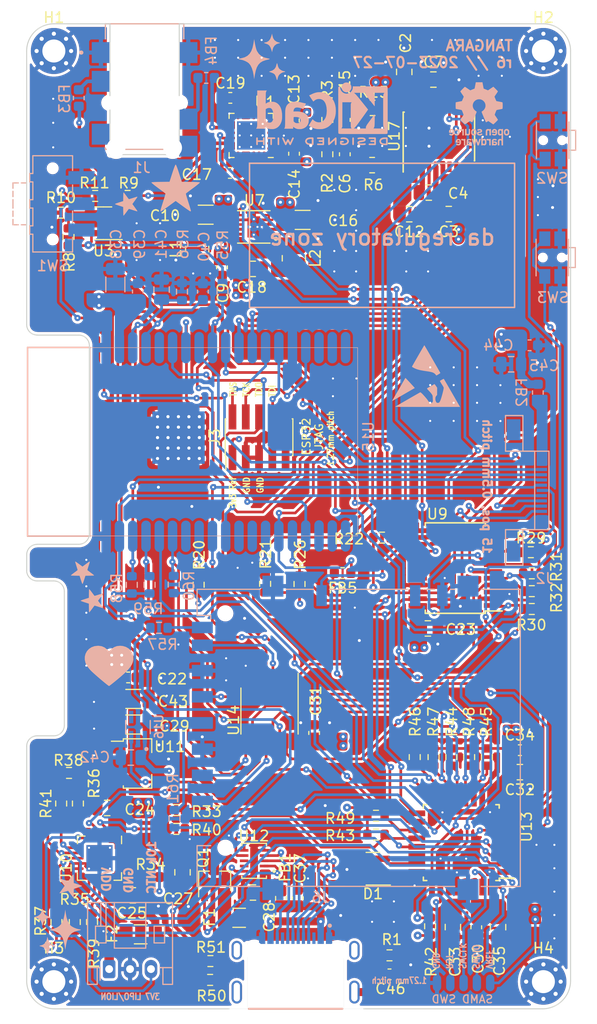
<source format=kicad_pcb>
(kicad_pcb (version 20221018) (generator pcbnew)

  (general
    (thickness 1.566672)
  )

  (paper "A4")
  (title_block
    (comment 4 "AISLER Project ID: ATEUINQR")
  )

  (layers
    (0 "F.Cu" signal)
    (1 "In1.Cu" signal)
    (2 "In2.Cu" signal)
    (31 "B.Cu" signal)
    (32 "B.Adhes" user "B.Adhesive")
    (33 "F.Adhes" user "F.Adhesive")
    (34 "B.Paste" user)
    (35 "F.Paste" user)
    (36 "B.SilkS" user "B.Silkscreen")
    (37 "F.SilkS" user "F.Silkscreen")
    (38 "B.Mask" user)
    (39 "F.Mask" user)
    (40 "Dwgs.User" user "User.Drawings")
    (41 "Cmts.User" user "User.Comments")
    (42 "Eco1.User" user "User.Eco1")
    (43 "Eco2.User" user "User.Eco2")
    (44 "Edge.Cuts" user)
    (45 "Margin" user)
    (46 "B.CrtYd" user "B.Courtyard")
    (47 "F.CrtYd" user "F.Courtyard")
    (48 "B.Fab" user)
    (49 "F.Fab" user)
    (50 "User.1" user)
    (51 "User.2" user)
    (52 "User.3" user)
    (53 "User.4" user)
    (54 "User.5" user)
    (55 "User.6" user)
    (56 "User.7" user)
    (57 "User.8" user)
    (58 "User.9" user)
  )

  (setup
    (stackup
      (layer "F.SilkS" (type "Top Silk Screen") (color "White"))
      (layer "F.Paste" (type "Top Solder Paste"))
      (layer "F.Mask" (type "Top Solder Mask") (color "Purple") (thickness 0.0254))
      (layer "F.Cu" (type "copper") (thickness 0.04318))
      (layer "dielectric 1" (type "prepreg") (thickness 0.202184) (material "FR408-HR") (epsilon_r 3.69) (loss_tangent 0.0091))
      (layer "In1.Cu" (type "copper") (thickness 0.017272))
      (layer "dielectric 2" (type "core") (thickness 0.9906) (material "FR408-HR") (epsilon_r 3.69) (loss_tangent 0.0091))
      (layer "In2.Cu" (type "copper") (thickness 0.017272))
      (layer "dielectric 3" (type "prepreg") (thickness 0.202184) (material "FR408-HR") (epsilon_r 3.69) (loss_tangent 0.0091))
      (layer "B.Cu" (type "copper") (thickness 0.04318))
      (layer "B.Mask" (type "Bottom Solder Mask") (color "Purple") (thickness 0.0254))
      (layer "B.Paste" (type "Bottom Solder Paste"))
      (layer "B.SilkS" (type "Bottom Silk Screen") (color "White"))
      (copper_finish "ENIG")
      (dielectric_constraints no)
    )
    (pad_to_mask_clearance 0.0508)
    (aux_axis_origin 117.25 51)
    (grid_origin 156.898211 0)
    (pcbplotparams
      (layerselection 0x00010fc_ffffffff)
      (plot_on_all_layers_selection 0x0000000_00000000)
      (disableapertmacros false)
      (usegerberextensions true)
      (usegerberattributes true)
      (usegerberadvancedattributes true)
      (creategerberjobfile true)
      (dashed_line_dash_ratio 12.000000)
      (dashed_line_gap_ratio 3.000000)
      (svgprecision 6)
      (plotframeref false)
      (viasonmask false)
      (mode 1)
      (useauxorigin false)
      (hpglpennumber 1)
      (hpglpenspeed 20)
      (hpglpendiameter 15.000000)
      (dxfpolygonmode true)
      (dxfimperialunits true)
      (dxfusepcbnewfont true)
      (psnegative false)
      (psa4output false)
      (plotreference true)
      (plotvalue true)
      (plotinvisibletext false)
      (sketchpadsonfab false)
      (subtractmaskfromsilk false)
      (outputformat 1)
      (mirror false)
      (drillshape 0)
      (scaleselection 1)
      (outputdirectory "gerbers2")
    )
  )

  (net 0 "")
  (net 1 "GND")
  (net 2 "/ESP_EN")
  (net 3 "BAT_LEVEL")
  (net 4 "SYS_POWER")
  (net 5 "USB.DP")
  (net 6 "USB.DN")
  (net 7 "~{3.5mm_DETECT}")
  (net 8 "/JTAG.TMS")
  (net 9 "/JTAG.TCK")
  (net 10 "/JTAG.TDO")
  (net 11 "/JTAG.TDI")
  (net 12 "/SWD.SWDIO")
  (net 13 "/SWD.SWCLK")
  (net 14 "/SWD.RESET")
  (net 15 "/Power/NTC")
  (net 16 "~{CHG_PWR_OK}")
  (net 17 "I2C.SCL")
  (net 18 "/Power/VBUS_RAW")
  (net 19 "I2C.SDA")
  (net 20 "ESP_SPI.PICO")
  (net 21 "/Peripherals/~{DISPLAY_RST}")
  (net 22 "ESP_SPI.SCLK")
  (net 23 "ESP_SPI.DISPLAY_CS")
  (net 24 "DISPLAY_LED_EN")
  (net 25 "/ESP_BOOT")
  (net 26 "~{SD_VDD_EN}")
  (net 27 "/UART.ESP.TX")
  (net 28 "ESP_SPI.POCI")
  (net 29 "DAC.DATA")
  (net 30 "DAC.BCK")
  (net 31 "ESP_SPI.SD_CS")
  (net 32 "DAC.LRCK")
  (net 33 "SAMD_SPI.POCI")
  (net 34 "/UART.ESP.RX")
  (net 35 "SAMD_SPI.CS")
  (net 36 "SAMD_SPI.PICO")
  (net 37 "/~{SAMD_INT}")
  (net 38 "SAMD_SPI.SCLK")
  (net 39 "CHG_SEL")
  (net 40 "AMP_EN")
  (net 41 "/Power/VBUS_SWITCHED")
  (net 42 "~{GPIO_INT}")
  (net 43 "USB_TCC0")
  (net 44 "USB_TCC1")
  (net 45 "KEY_LOCK")
  (net 46 "CHG_STAT1")
  (net 47 "CHG_STAT2")
  (net 48 "~{TOUCH_INT}")
  (net 49 "DISPLAY_DR")
  (net 50 "+3V3")
  (net 51 "+5VA")
  (net 52 "-5VA")
  (net 53 "KEY_VOL_UP")
  (net 54 "Net-(J7-Pin_1)")
  (net 55 "/Audio/TIP_SW")
  (net 56 "KEY_VOL_DOWN")
  (net 57 "Net-(J4-CD{slash}DAT3)")
  (net 58 "Net-(J4-CMD)")
  (net 59 "Net-(J4-CLK)")
  (net 60 "Net-(J4-DAT0)")
  (net 61 "Net-(J4-DAT1)")
  (net 62 "Net-(J4-DAT2)")
  (net 63 "unconnected-(J1-Pad6)")
  (net 64 "/Power/CC1")
  (net 65 "/Power/CC2")
  (net 66 "Net-(U10-V_{BAT_SENSE})")
  (net 67 "Net-(U13-VDDCORE)")
  (net 68 "unconnected-(J3-UART_TX-Pad7)")
  (net 69 "unconnected-(J3-UART_RX-Pad9)")
  (net 70 "unconnected-(J3-nRst-Pad10)")
  (net 71 "unconnected-(J6-SBU1-PadA8)")
  (net 72 "unconnected-(J6-SBU2-PadB8)")
  (net 73 "Net-(U7-SWN)")
  (net 74 "Net-(U7-SWP)")
  (net 75 "Net-(Q1-G)")
  (net 76 "Net-(U1B-+)")
  (net 77 "Net-(U1A-+)")
  (net 78 "Net-(U1A--)")
  (net 79 "Net-(U3--)")
  (net 80 "Net-(U3-+)")
  (net 81 "Net-(C17-Pad2)")
  (net 82 "Net-(U1B--)")
  (net 83 "Net-(C19-Pad2)")
  (net 84 "Net-(U14E-~{OE})")
  (net 85 "Net-(U14E-S)")
  (net 86 "Net-(U10-VPCC)")
  (net 87 "Net-(U10-CE)")
  (net 88 "Net-(U10-PROG3)")
  (net 89 "Net-(U10-PROG2)")
  (net 90 "Net-(U10-PROG1)")
  (net 91 "unconnected-(SW1-A-Pad1)")
  (net 92 "unconnected-(U1C-NC-Pad4)")
  (net 93 "unconnected-(U1-Pad6)")
  (net 94 "unconnected-(U1-Pad7)")
  (net 95 "unconnected-(U1-Pad8)")
  (net 96 "unconnected-(U1C-NC-Pad15)")
  (net 97 "AMP_MUTE")
  (net 98 "unconnected-(U9-IO0_6-Pad10)")
  (net 99 "unconnected-(U9-IO1_6-Pad19)")
  (net 100 "unconnected-(U9-IO1_7-Pad20)")
  (net 101 "unconnected-(U12-ORIENT-Pad8)")
  (net 102 "unconnected-(U12-SWMONI-Pad9)")
  (net 103 "unconnected-(U13-SERCOM3.1-Pad22)")
  (net 104 "unconnected-(U15-I39{slash}NOINT-Pad5)")
  (net 105 "unconnected-(U15-SHD{slash}SD2-Pad17)")
  (net 106 "unconnected-(U15-SWP{slash}SD3-Pad18)")
  (net 107 "unconnected-(U15-SCS{slash}CMD-Pad19)")
  (net 108 "unconnected-(U15-SCK{slash}CLK-Pad20)")
  (net 109 "unconnected-(U15-SDO{slash}SD0-Pad21)")
  (net 110 "unconnected-(U15-SDI{slash}SD1-Pad22)")
  (net 111 "unconnected-(U15-IO16-Pad27)")
  (net 112 "unconnected-(U15-IO17-Pad28)")
  (net 113 "unconnected-(U15-NC-Pad32)")
  (net 114 "Net-(C46-Pad1)")
  (net 115 "Net-(J2-Pin_13)")
  (net 116 "Net-(FB3-Pad2)")
  (net 117 "Net-(FB4-Pad2)")
  (net 118 "Net-(J4-VDD)")
  (net 119 "unconnected-(U16-NC-Pad4)")
  (net 120 "unconnected-(U9-IO1_4-Pad17)")
  (net 121 "unconnected-(U9-IO1_5-Pad18)")
  (net 122 "Net-(U12-VBUS)")
  (net 123 "Net-(Q1-S)")
  (net 124 "DAC.MCK")
  (net 125 "SD_CD")
  (net 126 "Net-(U17-CPCA)")
  (net 127 "Net-(U17-CPCB)")
  (net 128 "unconnected-(U1-Pad1)")
  (net 129 "Net-(U17-VMID)")
  (net 130 "Net-(U17-CPVOUTN)")
  (net 131 "unconnected-(U1-Pad23)")
  (net 132 "Net-(U17-LINEVOUTL)")
  (net 133 "Net-(U17-LINEVOUTR)")
  (net 134 "unconnected-(U1-Pad24)")
  (net 135 "unconnected-(U17-ZFLAG-Pad7)")

  (footprint "Package_TO_SOT_SMD:TSOT-23" (layer "F.Cu") (at 135.452345 133.388254 90))

  (footprint "Fuse:Fuse_1206_3216Metric" (layer "F.Cu") (at 128.398922 138.476211))

  (footprint "MountingHole:MountingHole_2.2mm_M2_Pad_Via" (layer "F.Cu") (at 166.9 143))

  (footprint "Inductor_SMD:L_1008_2520Metric" (layer "F.Cu") (at 133.801417 72.973879 90))

  (footprint "Capacitor_SMD:C_0805_2012Metric" (layer "F.Cu") (at 125.2 126.4 180))

  (footprint "Resistor_SMD:R_0603_1608Metric" (layer "F.Cu") (at 152.186764 140.485079 180))

  (footprint "Resistor_SMD:R_0603_1608Metric" (layer "F.Cu") (at 122.1 137.3 -90))

  (footprint "Package_DFN_QFN:QFN-20-1EP_4x4mm_P0.5mm_EP2.5x2.5mm_ThermalVias" (layer "F.Cu") (at 124.4625 131.2 -90))

  (footprint "Capacitor_SMD:C_0805_2012Metric" (layer "F.Cu") (at 127.65 134.75))

  (footprint "Capacitor_SMD:C_0603_1608Metric" (layer "F.Cu") (at 147.916983 63.917554 -90))

  (footprint "Package_SO:SSOP-24_5.3x8.2mm_P0.65mm" (layer "F.Cu") (at 158.484595 103.47166 180))

  (footprint "Resistor_SMD:R_0603_1608Metric" (layer "F.Cu") (at 150.895998 127.14459))

  (footprint "Capacitor_SMD:C_0603_1608Metric" (layer "F.Cu") (at 136.172745 74.724126 -90))

  (footprint "Resistor_SMD:R_0603_1608Metric" (layer "F.Cu") (at 120.35 137.3 90))

  (footprint "Resistor_SMD:R_0603_1608Metric" (layer "F.Cu") (at 165.791164 107.382484 180))

  (footprint "Capacitor_SMD:C_0603_1608Metric" (layer "F.Cu") (at 127.199942 113.92247))

  (footprint "Resistor_SMD:R_0603_1608Metric" (layer "F.Cu") (at 146.24514 63.917554 -90))

  (footprint "Capacitor_SMD:C_0603_1608Metric" (layer "F.Cu") (at 143.049766 60.685697 -90))

  (footprint "Resistor_SMD:R_0603_1608Metric" (layer "F.Cu") (at 121.55 123.05 180))

  (footprint "Capacitor_SMD:C_0603_1608Metric" (layer "F.Cu") (at 147.916983 60.635697 90))

  (footprint "Resistor_SMD:R_0603_1608Metric" (layer "F.Cu") (at 120.775 69.5))

  (footprint "footprints:BD91N01NUX-E2" (layer "F.Cu") (at 139.243272 131.449176 180))

  (footprint "Capacitor_SMD:C_0805_2012Metric" (layer "F.Cu") (at 157.851307 69.634671 180))

  (footprint "Resistor_SMD:R_0603_1608Metric" (layer "F.Cu") (at 123.75 137.3 -90))

  (footprint "Capacitor_SMD:C_0805_2012Metric" (layer "F.Cu") (at 158.250275 137.782994 90))

  (footprint "Inductor_SMD:L_0603_1608Metric" (layer "F.Cu") (at 141.810723 135.018827 90))

  (footprint "Capacitor_SMD:C_1206_3216Metric" (layer "F.Cu") (at 127.689634 115.979174))

  (footprint "Resistor_SMD:R_0603_1608Metric" (layer "F.Cu") (at 120.8 125.975 -90))

  (footprint "Resistor_SMD:R_0603_1608Metric" (layer "F.Cu") (at 127.15 67.9 180))

  (footprint "Capacitor_SMD:C_0603_1608Metric" (layer "F.Cu") (at 136.932164 65.704592 180))

  (footprint "Capacitor_SMD:C_0805_2012Metric" (layer "F.Cu") (at 132.4 132.55 -90))

  (footprint "Capacitor_SMD:C_0603_1608Metric" (layer "F.Cu") (at 143.420241 135.021258 90))

  (footprint "Resistor_SMD:R_0603_1608Metric" (layer "F.Cu") (at 151.471446 100.560558 180))

  (footprint "Capacitor_SMD:C_0805_2012Metric" (layer "F.Cu") (at 139.111897 74.874786))

  (footprint "Resistor_SMD:R_0603_1608Metric" (layer "F.Cu") (at 129.375 133 180))

  (footprint "Resistor_SMD:R_0603_1608Metric" (layer "F.Cu") (at 135.064421 141.033811))

  (footprint "Inductor_SMD:L_1008_2520Metric" (layer "F.Cu") (at 143.044904 73.86026 -90))

  (footprint "Capacitor_SMD:C_0805_2012Metric" (layer "F.Cu") (at 154.076286 69.648592 180))

  (footprint "Capacitor_SMD:C_0805_2012Metric" (layer "F.Cu") (at 155.942815 67.582319 180))

  (footprint "Capacitor_SMD:C_0603_1608Metric" (layer "F.Cu") (at 152.188244 142.303004))

  (footprint "Resistor_SMD:R_0603_1608Metric" (layer "F.Cu") (at 124.05 67.9 180))

  (footprint "Resistor_SMD:R_0603_1608Metric" (layer "F.Cu") (at 156.071347 137.704217 90))

  (footprint "Package_SO:TSSOP-16_4.4x5mm_P0.65mm" (layer "F.Cu") (at 140.717131 117.135187 -90))

  (footprint "Capacitor_SMD:C_0805_2012Metric" (layer "F.Cu") (at 156.382936 56.778764))

  (footprint "Resistor_SMD:R_0603_1608Metric" (layer "F.Cu") (at 133.941895 105.064074 90))

  (footprint "Resistor_SMD:R_0603_1608Metric" (layer "F.Cu") (at 131.8 128.4))

  (footprint "Resistor_SMD:R_0603_1608Metric" (layer "F.Cu") (at 143.585559 104.993281 90))

  (footprint "Package_TO_SOT_SMD:SOT-23-5" (layer "F.Cu")
    (tstamp 96609850-b55c-4f13-b032-2c8c06595339)
    (at 124.83226 70.512427 180)
    (descr "SOT, 5 Pin (https://www.jedec.org/sites/default/files/docs/Mo-178c.PDF variant AA), generated with kicad-footprint-generator ipc_gullwing_generator.py")
    (tags "SOT TO_SOT_SMD")
    (property "MPN" "TLV7031DBV")
    (property "Sheetfile" "audio.kicad_sch")
    (property "Sheetname" "Audio")
    (property "ki_description" "Single, 1.6V-6.5V, 315nA Quiescent, Push-Pull Output, Comparator, SOT-23-5/SC-70")
    (property "ki_keywords" "cmp")
    (path "/aa634b70-9cb7-4291-a4a8-f65abc12d546/5cb2c6c7-600c-4329-8ee9-ab99945f1bde")
    (attr smd)
    (fp_text reference "U3" (at -0.01658 -2.646237 180) (layer "F.SilkS")
        (effects (font (size 1 1) (thickness 0.15)))
      (tstamp 4fdc8017-66f4-44ed-b49c-c8b8f79877e2)
    )
    (fp_text value "TLV7031" (at 0 2.4 180) (layer "F.Fab")
        (effects (font (size 1 1) (thickness 0.15)))
      (tstamp 98eba371-24ec-45a6-a229-49c7a08f9ec7)
    )
    (fp_text user "${REFERENCE}" (at 0 0 180) (layer "F.Fab")
        (effects (font (size 0.4 0.4) (thickness 0.06)))
      (tstamp 1cd53049-361f-44b6-b5f4-6af3b4e03c72)
    )
    (fp_line (start 0 -1.56) (end -1.8 -1.56)
      (stroke (width 0.12) (type solid)) (layer "F.SilkS") 
... [3495290 chars truncated]
</source>
